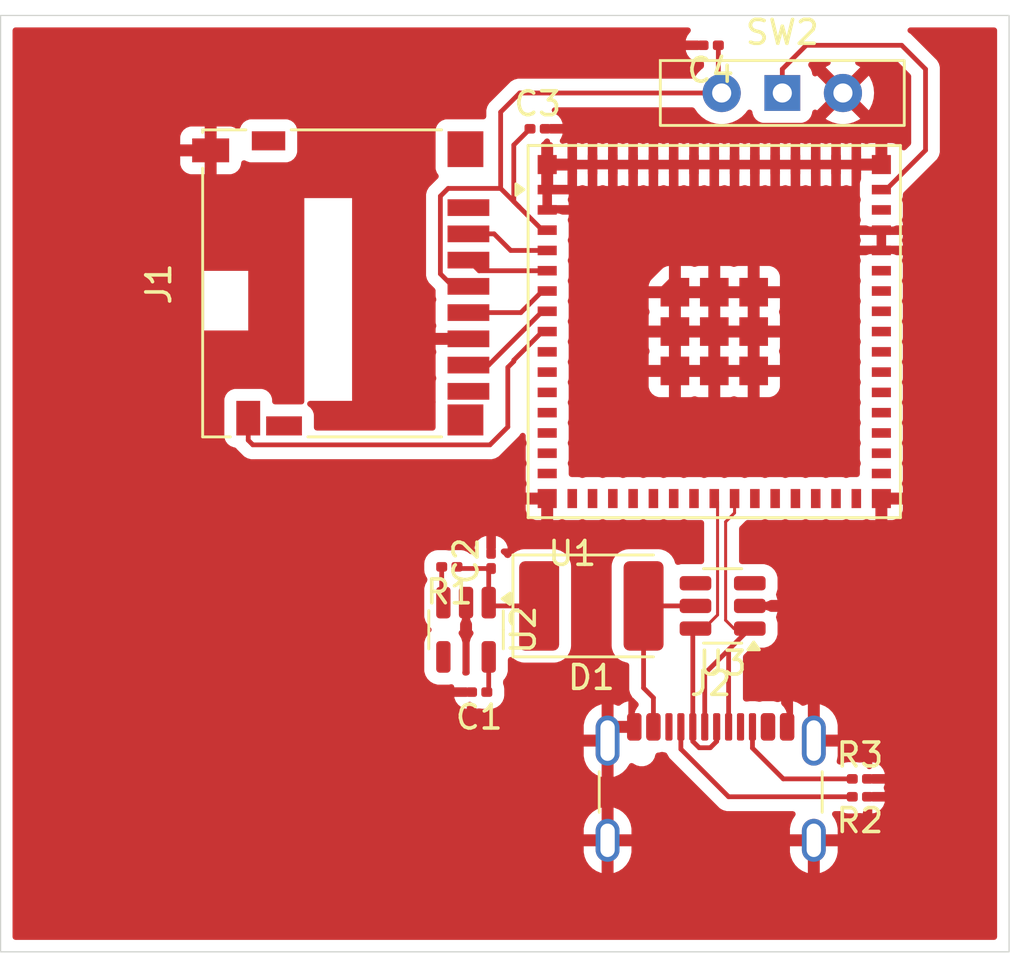
<source format=kicad_pcb>
(kicad_pcb (version 20240108) (generator "pcbnew") (generator_version "8.0")
  (layers (0 "F.Cu" signal) (31 "B.Cu" signal) (34 "B.Paste" user) (35 "F.Paste" user) (36 "B.SilkS" user "B.Silkscreen") (37 "F.SilkS" user "F.Silkscreen") (38 "B.Mask" user) (39 "F.Mask" user) (44 "Edge.Cuts" user))
  (net 0 "")
  (net 1 "GND")
  (net 3 "MISO")
  (net 5 "SD_DET")
  (net 6 "MOSI")
  (net 7 "+3.3V")
  (net 8 "SCK")
  (net 9 "SD_CS")
  (net 10 "Net-(SW2-B)")
  (net 25 "+3V3")
  (net 34 "5V_USB")
  (net 45 "/VBUS")
  (net 46 "USBD+")
  (net 47 "Net-(J2-CC2)")
  (net 49 "Net-(J2-CC1)")
  (net 50 "USBD-")
  (net 52 "Net-(U2-EN)")
  (footprint "Resistor_SMD:R_0201_0603Metric" (layer "F.Cu") (at 119.05 79.8625 180)
    (property "Reference" "R1" (at 0 -1.05 360) (layer "F.SilkS"))
    (property "Value" "10k")
    (pad "1" smd roundrect (at -0.32 0 180) (size 0.46 0.4) (layers "F.Cu" "F.Mask") (net 34 "5V_USB"))
    (pad "2" smd roundrect (at 0.32 0 180) (size 0.46 0.4) (layers "F.Cu" "F.Mask") (net 52 "Net-(U2-EN)"))
  )
  (footprint "Resistor_SMD:R_0201_0603Metric" (layer "F.Cu") (at 136.25 89.5)
    (property "Reference" "R2" (at 0 1 0) (layer "F.SilkS"))
    (property "Value" "5k1")
    (pad "1" smd roundrect (at -0.32 0) (size 0.46 0.4) (layers "F.Cu" "F.Mask") (net 49 "Net-(J2-CC1)"))
    (pad "2" smd roundrect (at 0.32 0) (size 0.46 0.4) (layers "F.Cu" "F.Mask") (net 1 "GND"))
  )
  (footprint "Connector_Card:microSD_HC_Hirose_DM3D-SF" (layer "F.Cu") (at 114.5 67.98 90)
    (property "Reference" "J1" (at -0.025 -7.625 90) (layer "F.SilkS"))
    (property "Value" "Micro_SD_Card_Det1")
    (fp_line (start 6.435 -5.785) (end 6.435 -3.975) (stroke (width 0.12)) (layer "F.SilkS"))
    (fp_line (start 6.325 -5.785) (end 6.435 -5.785) (stroke (width 0.12)) (layer "F.SilkS"))
    (fp_line (start -6.435 -5.785) (end 4.825 -5.785) (stroke (width 0.12)) (layer "F.SilkS"))
    (fp_line (start -6.435 -4.625) (end -6.435 -5.785) (stroke (width 0.12)) (layer "F.SilkS"))
    (fp_line (start 6.435 -2.075) (end 6.435 4.225) (stroke (width 0.12)) (layer "F.SilkS"))
    (fp_line (start -6.435 -1.375) (end -6.435 4.225) (stroke (width 0.12)) (layer "F.SilkS"))
    (pad "1" smd rect (at 3.175 5.35 90) (size 0.7 1.75) (layers "F.Cu" "F.Paste" "F.Mask"))
    (pad "2" smd rect (at 2.075 5.35 90) (size 0.7 1.75) (layers "F.Cu" "F.Paste" "F.Mask") (net 9 "SD_CS"))
    (pad "3" smd rect (at 0.975 5.35 90) (size 0.7 1.75) (layers "F.Cu" "F.Paste" "F.Mask") (net 6 "MOSI"))
    (pad "4" smd rect (at -0.125 5.35 90) (size 0.7 1.75) (layers "F.Cu" "F.Paste" "F.Mask") (net 7 "+3.3V"))
    (pad "5" smd rect (at -1.225 5.35 90) (size 0.7 1.75) (layers "F.Cu" "F.Paste" "F.Mask") (net 8 "SCK"))
    (pad "6" smd rect (at -2.325 5.35 90) (size 0.7 1.75) (layers "F.Cu" "F.Paste" "F.Mask") (net 1 "GND"))
    (pad "7" smd rect (at -3.425 5.35 90) (size 0.7 1.75) (layers "F.Cu" "F.Paste" "F.Mask") (net 3 "MISO"))
    (pad "8" smd rect (at -4.525 5.35 90) (size 0.7 1.75) (layers "F.Cu" "F.Paste" "F.Mask"))
    (pad "9" smd rect (at -5.65 -3.875 90) (size 1.45 1) (layers "F.Cu" "F.Paste" "F.Mask") (net 5 "SD_DET"))
    (pad "10" smd rect (at 5.575 -5.45 90) (size 1 1.55) (layers "F.Cu" "F.Paste" "F.Mask") (net 1 "GND"))
    (pad "11" smd rect (at -5.975 -2.375 90) (size 0.8 1.5) (layers "F.Cu" "F.Paste" "F.Mask"))
    (pad "11" smd rect (at -5.725 5.225 90) (size 1.3 1.5) (layers "F.Cu" "F.Paste" "F.Mask"))
    (pad "11" smd rect (at 5.625 5.225 90) (size 1.5 1.5) (layers "F.Cu" "F.Paste" "F.Mask"))
    (pad "11" smd rect (at 5.975 -3.025 90) (size 0.8 1.4) (layers "F.Cu" "F.Paste" "F.Mask"))
    (zone (net 0) (net_name "") (layer "F.Cu") (connect_pads (clearance 0)) (min_thickness 0.254)
      (keepout (tracks not_allowed) (vias not_allowed) (pads not_allowed) (copperpour not_allowed) (footprints not_allowed))
      (fill (thermal_gap 0.508) (thermal_bridge_width 0.508))
      (polygon (pts (xy 110.625 69.955) (xy 110.625 67.455) (xy 108.775 67.455) (xy 108.775 69.955)))
    )
    (zone (net 0) (net_name "") (layer "F.Cu") (connect_pads (clearance 0)) (min_thickness 0.254)
      (keepout (tracks not_allowed) (vias not_allowed) (pads not_allowed) (copperpour not_allowed) (footprints not_allowed))
      (fill (thermal_gap 0.508) (thermal_bridge_width 0.508))
      (polygon (pts (xy 112.975 72.905) (xy 112.975 64.405) (xy 114.975 64.405) (xy 114.975 72.905)))
    )
  )
  (footprint "Capacitor_SMD:C_0201_0603Metric" (layer "F.Cu") (at 120.8 79.6125 90)
    (property "Reference" "C2" (at 0 -1.05 90) (layer "F.SilkS"))
    (property "Value" "1u")
    (pad "1" smd roundrect (at -0.32 0 90) (size 0.46 0.4) (layers "F.Cu" "F.Mask") (net 34 "5V_USB"))
    (pad "2" smd roundrect (at 0.32 0 90) (size 0.46 0.4) (layers "F.Cu" "F.Mask") (net 1 "GND"))
  )
  (footprint "Resistor_SMD:R_0201_0603Metric" (layer "F.Cu") (at 136.25 88.75)
    (property "Reference" "R3" (at 0 -1 0) (layer "F.SilkS"))
    (property "Value" "5k1")
    (pad "1" smd roundrect (at -0.32 0) (size 0.46 0.4) (layers "F.Cu" "F.Mask") (net 47 "Net-(J2-CC2)"))
    (pad "2" smd roundrect (at 0.32 0) (size 0.46 0.4) (layers "F.Cu" "F.Mask") (net 1 "GND"))
  )
  (footprint "Button_Switch_THT:SW_Slide-03_Wuerth-WS-SLTV_10x2.5x6.4_P2.54mm" (layer "F.Cu") (at 133 60)
    (property "Reference" "SW2" (at 0 -2.54 0) (layer "F.SilkS"))
    (property "Value" "SW_Wuerth_450301014042")
    (fp_rect (start -5.11 -1.36) (end 5.11 1.36) (stroke (width 0.12)) (fill none) (layer "F.SilkS"))
    (pad "1" thru_hole rect (at 0 0) (size 1.5 1.5) (drill 0.8) (layers "*.Cu" "*.Mask") (net 10 "Net-(SW2-B)"))
    (pad "2" thru_hole circle (at -2.54 0) (size 1.6 1.6) (drill 0.8) (layers "*.Cu" "*.Mask") (net 7 "+3.3V"))
    (pad "3" thru_hole circle (at 2.54 0) (size 1.6 1.6) (drill 0.8) (layers "*.Cu" "*.Mask") (net 1 "GND"))
  )
  (footprint "Capacitor_SMD:C_0201_0603Metric" (layer "F.Cu") (at 130 58 180)
    (property "Reference" "C4" (at 0 -1.05 360) (layer "F.SilkS"))
    (property "Value" "100nF")
    (pad "1" smd roundrect (at -0.32 0 180) (size 0.46 0.4) (layers "F.Cu" "F.Mask") (net 7 "+3.3V"))
    (pad "2" smd roundrect (at 0.32 0 180) (size 0.46 0.4) (layers "F.Cu" "F.Mask") (net 1 "GND"))
  )
  (footprint "Connector_USB:USB_C_Receptacle_GCT_USB4105-xx-A_16P_TopMnt_Horizontal" (layer "F.Cu") (at 130 90.25)
    (property "Reference" "J2" (at 0 -5.5 0) (layer "F.SilkS"))
    (property "Value" "USB_C_Receptacle_USB2.0_16P")
    (fp_line (start -4.67 -0.1) (end -4.67 -1.8) (stroke (width 0.12)) (layer "F.SilkS"))
    (fp_line (start 4.67 -0.1) (end 4.67 -1.8) (stroke (width 0.12)) (layer "F.SilkS"))
    (pad "" np_thru_hole circle (at -2.89 -2.605) (size 0.65 0.65) (drill 0.65) (layers "F&B.Cu" "*.Mask"))
    (pad "" np_thru_hole circle (at 2.89 -2.605) (size 0.65 0.65) (drill 0.65) (layers "F&B.Cu" "*.Mask"))
    (pad "A1" smd roundrect (at -3.2 -3.68) (size 0.6 1.15) (layers "F.Cu" "F.Paste" "F.Mask") (net 1 "GND"))
    (pad "A4" smd roundrect (at -2.4 -3.68) (size 0.6 1.15) (layers "F.Cu" "F.Paste" "F.Mask") (net 45 "/VBUS"))
    (pad "A5" smd roundrect (at -1.25 -3.68) (size 0.3 1.15) (layers "F.Cu" "F.Paste" "F.Mask") (net 49 "Net-(J2-CC1)"))
    (pad "A6" smd roundrect (at -0.25 -3.68) (size 0.3 1.15) (layers "F.Cu" "F.Paste" "F.Mask") (net 46 "USBD+"))
    (pad "A7" smd roundrect (at 0.25 -3.68) (size 0.3 1.15) (layers "F.Cu" "F.Paste" "F.Mask") (net 50 "USBD-"))
    (pad "A8" smd roundrect (at 1.25 -3.68) (size 0.3 1.15) (layers "F.Cu" "F.Paste" "F.Mask"))
    (pad "A9" smd roundrect (at 2.4 -3.68) (size 0.6 1.15) (layers "F.Cu" "F.Paste" "F.Mask") (net 45 "/VBUS"))
    (pad "A12" smd roundrect (at 3.2 -3.68) (size 0.6 1.15) (layers "F.Cu" "F.Paste" "F.Mask") (net 1 "GND"))
    (pad "B1" smd roundrect (at 3.2 -3.68) (size 0.6 1.15) (layers "F.Cu" "F.Paste" "F.Mask") (net 1 "GND"))
    (pad "B4" smd roundrect (at 2.4 -3.68) (size 0.6 1.15) (layers "F.Cu" "F.Paste" "F.Mask") (net 45 "/VBUS"))
    (pad "B5" smd roundrect (at 1.75 -3.68) (size 0.3 1.15) (layers "F.Cu" "F.Paste" "F.Mask") (net 47 "Net-(J2-CC2)"))
    (pad "B6" smd roundrect (at 0.75 -3.68) (size 0.3 1.15) (layers "F.Cu" "F.Paste" "F.Mask") (net 46 "USBD+"))
    (pad "B7" smd roundrect (at -0.75 -3.68) (size 0.3 1.15) (layers "F.Cu" "F.Paste" "F.Mask") (net 50 "USBD-"))
    (pad "B8" smd roundrect (at -1.75 -3.68) (size 0.3 1.15) (layers "F.Cu" "F.Paste" "F.Mask"))
    (pad "B9" smd roundrect (at -2.4 -3.68) (size 0.6 1.15) (layers "F.Cu" "F.Paste" "F.Mask") (net 45 "/VBUS"))
    (pad "B12" smd roundrect (at -3.2 -3.68) (size 0.6 1.15) (layers "F.Cu" "F.Paste" "F.Mask") (net 1 "GND"))
    (pad "S1" thru_hole oval (at -4.32 -3.105) (size 1 2.1) (drill oval 0.6 1.7) (layers "*.Cu" "*.Mask" "F.Paste") (net 1 "GND"))
    (pad "S1" thru_hole oval (at -4.32 1.075) (size 1 1.8) (drill oval 0.6 1.4) (layers "*.Cu" "*.Mask" "F.Paste") (net 1 "GND"))
    (pad "S1" thru_hole oval (at 4.32 -3.105) (size 1 2.1) (drill oval 0.6 1.7) (layers "*.Cu" "*.Mask" "F.Paste") (net 1 "GND"))
    (pad "S1" thru_hole oval (at 4.32 1.075) (size 1 1.8) (drill oval 0.6 1.4) (layers "*.Cu" "*.Mask" "F.Paste") (net 1 "GND"))
  )
  (footprint "Capacitor_SMD:C_0201_0603Metric" (layer "F.Cu") (at 120.3 85.1125 180)
    (property "Reference" "C1" (at 0 -1.05 360) (layer "F.SilkS"))
    (property "Value" "1u")
    (pad "1" smd roundrect (at -0.32 0 180) (size 0.46 0.4) (layers "F.Cu" "F.Mask") (net 25 "+3V3"))
    (pad "2" smd roundrect (at 0.32 0 180) (size 0.46 0.4) (layers "F.Cu" "F.Mask") (net 1 "GND"))
  )
  (footprint "Package_TO_SOT_SMD:SOT-23-6" (layer "F.Cu") (at 130.5 81.5 180)
    (property "Reference" "U3" (at 0 -2.4 360) (layer "F.SilkS"))
    (property "Value" "SRV05-4")
    (fp_line (start 0 1.56) (end 0.8 1.56) (stroke (width 0.12)) (layer "F.SilkS"))
    (fp_line (start 0 1.56) (end -0.8 1.56) (stroke (width 0.12)) (layer "F.SilkS"))
    (fp_line (start 0 -1.56) (end 0.8 -1.56) (stroke (width 0.12)) (layer "F.SilkS"))
    (fp_line (start 0 -1.56) (end -0.8 -1.56) (stroke (width 0.12)) (layer "F.SilkS"))
    (fp_poly (pts (xy -1.3 -1.51) (xy -1.54 -1.84) (xy -1.06 -1.84) (xy -1.3 -1.51)) (stroke (width 0.12)) (fill solid) (layer "F.SilkS"))
    (pad "1" smd roundrect (at -1.1375 -0.95 180) (size 1.325 0.6) (layers "F.Cu" "F.Paste" "F.Mask") (net 46 "USBD+"))
    (pad "2" smd roundrect (at -1.1375 0 180) (size 1.325 0.6) (layers "F.Cu" "F.Paste" "F.Mask") (net 1 "GND"))
    (pad "3" smd roundrect (at -1.1375 0.95 180) (size 1.325 0.6) (layers "F.Cu" "F.Paste" "F.Mask"))
    (pad "4" smd roundrect (at 1.1375 0.95 180) (size 1.325 0.6) (layers "F.Cu" "F.Paste" "F.Mask"))
    (pad "5" smd roundrect (at 1.1375 0 180) (size 1.325 0.6) (layers "F.Cu" "F.Paste" "F.Mask") (net 45 "/VBUS"))
    (pad "6" smd roundrect (at 1.1375 -0.95 180) (size 1.325 0.6) (layers "F.Cu" "F.Paste" "F.Mask") (net 50 "USBD-"))
  )
  (footprint "RF_Module:ESP32-S2-MINI-1U" (layer "F.Cu") (at 130.15 70)
    (property "Reference" "U1" (at -5.95 9.3 0) (layer "F.SilkS"))
    (property "Value" "ESP32-S3-MINI-1U")
    (fp_line (start -7.8 -7.8) (end 7.8 -7.8) (stroke (width 0.12)) (layer "F.SilkS"))
    (fp_line (start -7.8 7.8) (end -7.8 -7.8) (stroke (width 0.12)) (layer "F.SilkS"))
    (fp_line (start 7.8 -7.8) (end 7.8 7.8) (stroke (width 0.12)) (layer "F.SilkS"))
    (fp_line (start 7.8 7.8) (end -7.8 7.8) (stroke (width 0.12)) (layer "F.SilkS"))
    (fp_poly (pts (xy -7.975 -5.95) (xy -8.311 -5.71) (xy -8.311 -6.19) (xy -7.975 -5.95)) (stroke (width 0.12)) (fill solid) (layer "F.SilkS"))
    (pad "1" smd rect (at -7 -5.95) (size 0.8 0.4) (layers "F.Cu" "F.Paste" "F.Mask") (net 1 "GND"))
    (pad "2" smd rect (at -7 -5.1) (size 0.8 0.4) (layers "F.Cu" "F.Paste" "F.Mask") (net 1 "GND"))
    (pad "3" smd rect (at -7 -4.25) (size 0.8 0.4) (layers "F.Cu" "F.Paste" "F.Mask") (net 7 "+3.3V"))
    (pad "4" smd rect (at -7 -3.4) (size 0.8 0.4) (layers "F.Cu" "F.Paste" "F.Mask") (net 9 "SD_CS"))
    (pad "5" smd rect (at -7 -2.55) (size 0.8 0.4) (layers "F.Cu" "F.Paste" "F.Mask") (net 6 "MOSI"))
    (pad "6" smd rect (at -7 -1.7) (size 0.8 0.4) (layers "F.Cu" "F.Paste" "F.Mask") (net 8 "SCK"))
    (pad "7" smd rect (at -7 -0.85) (size 0.8 0.4) (layers "F.Cu" "F.Paste" "F.Mask") (net 3 "MISO"))
    (pad "8" smd rect (at -7 0) (size 0.8 0.4) (layers "F.Cu" "F.Paste" "F.Mask") (net 5 "SD_DET"))
    (pad "9" smd rect (at -7 0.85) (size 0.8 0.4) (layers "F.Cu" "F.Paste" "F.Mask"))
    (pad "10" smd rect (at -7 1.7) (size 0.8 0.4) (layers "F.Cu" "F.Paste" "F.Mask"))
    (pad "11" smd rect (at -7 2.55) (size 0.8 0.4) (layers "F.Cu" "F.Paste" "F.Mask"))
    (pad "12" smd rect (at -7 3.4) (size 0.8 0.4) (layers "F.Cu" "F.Paste" "F.Mask"))
    (pad "13" smd rect (at -7 4.25) (size 0.8 0.4) (layers "F.Cu" "F.Paste" "F.Mask"))
    (pad "14" smd rect (at -7 5.1) (size 0.8 0.4) (layers "F.Cu" "F.Paste" "F.Mask"))
    (pad "15" smd rect (at -7 5.95) (size 0.8 0.4) (layers "F.Cu" "F.Paste" "F.Mask"))
    (pad "16" smd rect (at -5.95 7 90) (size 0.8 0.4) (layers "F.Cu" "F.Paste" "F.Mask"))
    (pad "17" smd rect (at -5.1 7 90) (size 0.8 0.4) (layers "F.Cu" "F.Paste" "F.Mask"))
    (pad "18" smd rect (at -4.25 7 90) (size 0.8 0.4) (layers "F.Cu" "F.Paste" "F.Mask"))
    (pad "19" smd rect (at -3.4 7 90) (size 0.8 0.4) (layers "F.Cu" "F.Paste" "F.Mask"))
    (pad "20" smd rect (at -2.55 7 90) (size 0.8 0.4) (layers "F.Cu" "F.Paste" "F.Mask"))
    (pad "21" smd rect (at -1.7 7 90) (size 0.8 0.4) (layers "F.Cu" "F.Paste" "F.Mask"))
    (pad "22" smd rect (at -0.85 7 90) (size 0.8 0.4) (layers "F.Cu" "F.Paste" "F.Mask"))
    (pad "23" smd rect (at 0 7 90) (size 0.8 0.4) (layers "F.Cu" "F.Paste" "F.Mask") (net 50 "USBD-"))
    (pad "24" smd rect (at 0.85 7 90) (size 0.8 0.4) (layers "F.Cu" "F.Paste" "F.Mask") (net 46 "USBD+"))
    (pad "25" smd rect (at 1.7 7 90) (size 0.8 0.4) (layers "F.Cu" "F.Paste" "F.Mask"))
    (pad "26" smd rect (at 2.55 7 90) (size 0.8 0.4) (layers "F.Cu" "F.Paste" "F.Mask"))
    (pad "27" smd rect (at 3.4 7 90) (size 0.8 0.4) (layers "F.Cu" "F.Paste" "F.Mask"))
    (pad "28" smd rect (at 4.25 7 90) (size 0.8 0.4) (layers "F.Cu" "F.Paste" "F.Mask"))
    (pad "29" smd rect (at 5.1 7 90) (size 0.8 0.4) (layers "F.Cu" "F.Paste" "F.Mask"))
    (pad "30" smd rect (at 5.95 7 90) (size 0.8 0.4) (layers "F.Cu" "F.Paste" "F.Mask"))
    (pad "31" smd rect (at 7 5.95) (size 0.8 0.4) (layers "F.Cu" "F.Paste" "F.Mask"))
    (pad "32" smd rect (at 7 5.1) (size 0.8 0.4) (layers "F.Cu" "F.Paste" "F.Mask"))
    (pad "33" smd rect (at 7 4.25) (size 0.8 0.4) (layers "F.Cu" "F.Paste" "F.Mask"))
    (pad "34" smd rect (at 7 3.4) (size 0.8 0.4) (layers "F.Cu" "F.Paste" "F.Mask"))
    (pad "35" smd rect (at 7 2.55) (size 0.8 0.4) (layers "F.Cu" "F.Paste" "F.Mask"))
    (pad "36" smd rect (at 7 1.7) (size 0.8 0.4) (layers "F.Cu" "F.Paste" "F.Mask"))
    (pad "37" smd rect (at 7 0.85) (size 0.8 0.4) (layers "F.Cu" "F.Paste" "F.Mask"))
    (pad "38" smd rect (at 7 0) (size 0.8 0.4) (layers "F.Cu" "F.Paste" "F.Mask"))
    (pad "39" smd rect (at 7 -0.85) (size 0.8 0.4) (layers "F.Cu" "F.Paste" "F.Mask"))
    (pad "40" smd rect (at 7 -1.7) (size 0.8 0.4) (layers "F.Cu" "F.Paste" "F.Mask"))
    (pad "41" smd rect (at 7 -2.55) (size 0.8 0.4) (layers "F.Cu" "F.Paste" "F.Mask"))
    (pad "42" smd rect (at 7 -3.4) (size 0.8 0.4) (layers "F.Cu" "F.Paste" "F.Mask") (net 1 "GND"))
    (pad "43" smd rect (at 7 -4.25) (size 0.8 0.4) (layers "F.Cu" "F.Paste" "F.Mask") (net 1 "GND"))
    (pad "44" smd rect (at 7 -5.1) (size 0.8 0.4) (layers "F.Cu" "F.Paste" "F.Mask"))
    (pad "45" smd rect (at 7 -5.95) (size 0.8 0.4) (layers "F.Cu" "F.Paste" "F.Mask") (net 10 "Net-(SW2-B)"))
    (pad "46" smd rect (at 5.95 -7 90) (size 0.8 0.4) (layers "F.Cu" "F.Paste" "F.Mask") (net 1 "GND"))
    (pad "47" smd rect (at 5.1 -7 90) (size 0.8 0.4) (layers "F.Cu" "F.Paste" "F.Mask") (net 1 "GND"))
    (pad "48" smd rect (at 4.25 -7 90) (size 0.8 0.4) (layers "F.Cu" "F.Paste" "F.Mask") (net 1 "GND"))
    (pad "49" smd rect (at 3.4 -7 90) (size 0.8 0.4) (layers "F.Cu" "F.Paste" "F.Mask") (net 1 "GND"))
    (pad "50" smd rect (at 2.55 -7 90) (size 0.8 0.4) (layers "F.Cu" "F.Paste" "F.Mask") (net 1 "GND"))
    (pad "51" smd rect (at 1.7 -7 90) (size 0.8 0.4) (layers "F.Cu" "F.Paste" "F.Mask") (net 1 "GND"))
    (pad "52" smd rect (at 0.85 -7 90) (size 0.8 0.4) (layers "F.Cu" "F.Paste" "F.Mask") (net 1 "GND"))
    (pad "53" smd rect (at 0 -7 90) (size 0.8 0.4) (layers "F.Cu" "F.Paste" "F.Mask") (net 1 "GND"))
    (pad "54" smd rect (at -0.85 -7 90) (size 0.8 0.4) (layers "F.Cu" "F.Paste" "F.Mask") (net 1 "GND"))
    (pad "55" smd rect (at -1.7 -7 90) (size 0.8 0.4) (layers "F.Cu" "F.Paste" "F.Mask") (net 1 "GND"))
    (pad "56" smd rect (at -2.55 -7 90) (size 0.8 0.4) (layers "F.Cu" "F.Paste" "F.Mask") (net 1 "GND"))
    (pad "57" smd rect (at -3.4 -7 90) (size 0.8 0.4) (layers "F.Cu" "F.Paste" "F.Mask") (net 1 "GND"))
    (pad "58" smd rect (at -4.25 -7 90) (size 0.8 0.4) (layers "F.Cu" "F.Paste" "F.Mask") (net 1 "GND"))
    (pad "59" smd rect (at -5.1 -7 90) (size 0.8 0.4) (layers "F.Cu" "F.Paste" "F.Mask") (net 1 "GND"))
    (pad "60" smd rect (at -5.95 -7 90) (size 0.8 0.4) (layers "F.Cu" "F.Paste" "F.Mask") (net 1 "GND"))
    (pad "61" smd roundrect (at -1.65 -1.65) (size 1.2 1.2) (layers "F.Cu" "F.Paste" "F.Mask") (roundrect_rratio 0) (chamfer_ratio 0.33) (chamfer top_left) (net 1 "GND"))
    (pad "61" smd rect (at -1.65 0) (size 1.2 1.2) (layers "F.Cu" "F.Paste" "F.Mask") (net 1 "GND"))
    (pad "61" smd rect (at -1.65 1.65) (size 1.2 1.2) (layers "F.Cu" "F.Paste" "F.Mask") (net 1 "GND"))
    (pad "61" smd rect (at 0 -1.65) (size 1.2 1.2) (layers "F.Cu" "F.Paste" "F.Mask") (net 1 "GND"))
    (pad "61" smd rect (at 0 0) (size 1.2 1.2) (layers "F.Cu" "F.Paste" "F.Mask") (net 1 "GND"))
    (pad "61" smd rect (at 0 1.65) (size 1.2 1.2) (layers "F.Cu" "F.Paste" "F.Mask") (net 1 "GND"))
    (pad "61" smd rect (at 1.65 -1.65) (size 1.2 1.2) (layers "F.Cu" "F.Paste" "F.Mask") (net 1 "GND"))
    (pad "61" smd rect (at 1.65 0) (size 1.2 1.2) (layers "F.Cu" "F.Paste" "F.Mask") (net 1 "GND"))
    (pad "61" smd rect (at 1.65 1.65) (size 1.2 1.2) (layers "F.Cu" "F.Paste" "F.Mask") (net 1 "GND"))
    (pad "62" smd rect (at -7 -7) (size 0.8 0.8) (layers "F.Cu" "F.Paste" "F.Mask") (net 1 "GND"))
    (pad "63" smd rect (at -7 7) (size 0.8 0.8) (layers "F.Cu" "F.Paste" "F.Mask") (net 1 "GND"))
    (pad "64" smd rect (at 7 7) (size 0.8 0.8) (layers "F.Cu" "F.Paste" "F.Mask") (net 1 "GND"))
    (pad "65" smd rect (at 7 -7) (size 0.8 0.8) (layers "F.Cu" "F.Paste" "F.Mask") (net 1 "GND"))
  )
  (footprint "Diode_SMD:D_2114_3652Metric" (layer "F.Cu") (at 125 81.5)
    (property "Reference" "D1" (at 0 3 360) (layer "F.SilkS"))
    (property "Value" "D_Schottky")
    (fp_line (start -3.285 -2.135) (end -3.285 2.135) (stroke (width 0.12)) (layer "F.SilkS"))
    (fp_line (start -3.285 2.135) (end 2.6 2.135) (stroke (width 0.12)) (layer "F.SilkS"))
    (fp_line (start 2.6 -2.135) (end -3.285 -2.135) (stroke (width 0.12)) (layer "F.SilkS"))
    (pad "1" smd roundrect (at -2.1875 0) (size 1.675 3.75) (layers "F.Cu" "F.Paste" "F.Mask") (roundrect_rratio 0.149254) (net 34 "5V_USB"))
    (pad "2" smd roundrect (at 2.1875 0) (size 1.675 3.75) (layers "F.Cu" "F.Paste" "F.Mask") (roundrect_rratio 0.149254) (net 45 "/VBUS"))
  )
  (footprint "Capacitor_SMD:C_0201_0603Metric" (layer "F.Cu") (at 122.75 61.5)
    (property "Reference" "C3" (at 0 -1.05 360) (layer "F.SilkS"))
    (property "Value" "1u")
    (pad "1" smd roundrect (at -0.32 0) (size 0.46 0.4) (layers "F.Cu" "F.Mask") (net 7 "+3.3V"))
    (pad "2" smd roundrect (at 0.32 0) (size 0.46 0.4) (layers "F.Cu" "F.Mask") (net 1 "GND"))
  )
  (footprint "Package_TO_SOT_SMD:SOT-23-5" (layer "F.Cu") (at 119.75 82.5 -90)
    (property "Reference" "U2" (at 0 -2.4 90) (layer "F.SilkS"))
    (property "Value" "AP2112K-3.3")
    (fp_line (start 0 1.56) (end -0.8 1.56) (stroke (width 0.12)) (layer "F.SilkS"))
    (fp_line (start 0 1.56) (end 0.8 1.56) (stroke (width 0.12)) (layer "F.SilkS"))
    (fp_line (start 0 -1.56) (end -0.8 -1.56) (stroke (width 0.12)) (layer "F.SilkS"))
    (fp_line (start 0 -1.56) (end 0.8 -1.56) (stroke (width 0.12)) (layer "F.SilkS"))
    (fp_poly (pts (xy -1.3 -1.51) (xy -1.54 -1.84) (xy -1.06 -1.84) (xy -1.3 -1.51)) (stroke (width 0.12)) (fill solid) (layer "F.SilkS"))
    (pad "1" smd roundrect (at -1.1375 -0.95 270) (size 1.325 0.6) (layers "F.Cu" "F.Paste" "F.Mask") (net 34 "5V_USB"))
    (pad "2" smd roundrect (at -1.1375 0 270) (size 1.325 0.6) (layers "F.Cu" "F.Paste" "F.Mask") (net 1 "GND"))
    (pad "3" smd roundrect (at -1.1375 0.95 270) (size 1.325 0.6) (layers "F.Cu" "F.Paste" "F.Mask") (net 52 "Net-(U2-EN)"))
    (pad "4" smd roundrect (at 1.1375 0.95 270) (size 1.325 0.6) (layers "F.Cu" "F.Paste" "F.Mask"))
    (pad "5" smd roundrect (at 1.1375 -0.95 270) (size 1.325 0.6) (layers "F.Cu" "F.Paste" "F.Mask") (net 25 "+3V3"))
  )
  (gr_rect (start 100.25 56.75) (end 142.5 96) (stroke (width 0.05)) (fill none) (layer "Edge.Cuts"))
  (segment (start 120.695 71.405) (end 122.95 69.15) (width 0.2) (layer "F.Cu") (net 3))
  (segment (start 122.95 69.15) (end 123.15 69.15) (width 0.2) (layer "F.Cu") (net 3))
  (segment (start 119.85 71.405) (end 120.695 71.405) (width 0.2) (layer "F.Cu") (net 3))
  (segment (start 121.5 74) (end 121.5 71.5) (width 0.2) (layer "F.Cu") (net 5))
  (segment (start 121.75 71.25) (end 121.75 71.2) (width 0.2) (layer "F.Cu") (net 5))
  (segment (start 121.75 71.2) (end 122.95 70) (width 0.2) (layer "F.Cu") (net 5))
  (segment (start 110.625 74.555) (end 110.82 74.75) (width 0.2) (layer "F.Cu") (net 5))
  (segment (start 110.625 73.63) (end 110.625 74.555) (width 0.2) (layer "F.Cu") (net 5))
  (segment (start 120.75 74.75) (end 121.5 74) (width 0.2) (layer "F.Cu") (net 5))
  (segment (start 122.95 70) (end 123.15 70) (width 0.2) (layer "F.Cu") (net 5))
  (segment (start 121.5 71.5) (end 121.75 71.25) (width 0.2) (layer "F.Cu") (net 5))
  (segment (start 110.82 74.75) (end 120.75 74.75) (width 0.2) (layer "F.Cu") (net 5))
  (segment (start 120.295 67.45) (end 123.15 67.45) (width 0.2) (layer "F.Cu") (net 6))
  (segment (start 119.85 67.005) (end 120.295 67.45) (width 0.2) (layer "F.Cu") (net 6))
  (segment (start 122 60) (end 130.46 60) (width 0.2) (layer "F.Cu") (net 7))
  (segment (start 118.675 64.325) (end 119 64) (width 0.2) (layer "F.Cu") (net 7))
  (segment (start 119.85 68.105) (end 119.2 68.105) (width 0.2) (layer "F.Cu") (net 7))
  (segment (start 119.2 68.105) (end 118.675 67.58) (width 0.2) (layer "F.Cu") (net 7))
  (segment (start 121.2 64) (end 121.2 60.8) (width 0.2) (layer "F.Cu") (net 7))
  (segment (start 119 64) (end 121.2 64) (width 0.2) (layer "F.Cu") (net 7))
  (segment (start 130.32 59.86) (end 130.46 60) (width 0.2) (layer "F.Cu") (net 7))
  (segment (start 121.975 64.775) (end 121.75 64.55) (width 0.2) (layer "F.Cu") (net 7))
  (segment (start 121.2 64) (end 121.975 64.775) (width 0.2) (layer "F.Cu") (net 7))
  (segment (start 121.975 64.775) (end 122.95 65.75) (width 0.2) (layer "F.Cu") (net 7))
  (segment (start 130.32 58) (end 130.32 59.86) (width 0.2) (layer "F.Cu") (net 7))
  (segment (start 121.2 60.8) (end 122 60) (width 0.2) (layer "F.Cu") (net 7))
  (segment (start 118.675 67.58) (end 118.675 64.325) (width 0.2) (layer "F.Cu") (net 7))
  (segment (start 121.75 62.18) (end 122.43 61.5) (width 0.2) (layer "F.Cu") (net 7))
  (segment (start 121.75 64.55) (end 121.75 62.18) (width 0.2) (layer "F.Cu") (net 7))
  (segment (start 122.95 65.75) (end 123.15 65.75) (width 0.2) (layer "F.Cu") (net 7))
  (segment (start 122.045 69.205) (end 122.95 68.3) (width 0.2) (layer "F.Cu") (net 8))
  (segment (start 122.95 68.3) (end 123.15 68.3) (width 0.2) (layer "F.Cu") (net 8))
  (segment (start 119.85 69.205) (end 122.045 69.205) (width 0.2) (layer "F.Cu") (net 8))
  (segment (start 119.85 65.905) (end 120.925 65.905) (width 0.2) (layer "F.Cu") (net 9))
  (segment (start 120.925 65.905) (end 121.62 66.6) (width 0.2) (layer "F.Cu") (net 9))
  (segment (start 121.62 66.6) (end 123.15 66.6) (width 0.2) (layer "F.Cu") (net 9))
  (segment (start 139 62.4) (end 137.35 64.05) (width 0.2) (layer "F.Cu") (net 10))
  (segment (start 134 58) (end 138 58) (width 0.2) (layer "F.Cu") (net 10))
  (segment (start 138 58) (end 139 59) (width 0.2) (layer "F.Cu") (net 10))
  (segment (start 133 60) (end 133 59) (width 0.2) (layer "F.Cu") (net 10))
  (segment (start 139 59) (end 139 62.4) (width 0.2) (layer "F.Cu") (net 10))
  (segment (start 133 59) (end 134 58) (width 0.2) (layer "F.Cu") (net 10))
  (segment (start 137.35 64.05) (end 137.15 64.05) (width 0.2) (layer "F.Cu") (net 10))
  (segment (start 120.7 85.0325) (end 120.62 85.1125) (width 0.2) (layer "F.Cu") (net 25))
  (segment (start 120.7 83.6375) (end 120.7 85.0325) (width 0.2) (layer "F.Cu") (net 25))
  (segment (start 119.44 79.9325) (end 119.37 79.8625) (width 0.2) (layer "F.Cu") (net 34))
  (segment (start 120.8375 81.5) (end 120.7 81.3625) (width 0.2) (layer "F.Cu") (net 34))
  (segment (start 120.7 81.3625) (end 120.7 80.0325) (width 0.2) (layer "F.Cu") (net 34))
  (segment (start 120.8 79.9325) (end 119.44 79.9325) (width 0.2) (layer "F.Cu") (net 34))
  (segment (start 122.8125 81.5) (end 120.8375 81.5) (width 0.2) (layer "F.Cu") (net 34))
  (segment (start 120.7 80.0325) (end 120.8 79.9325) (width 0.2) (layer "F.Cu") (net 34))
  (segment (start 127.1875 84.9375) (end 127.1875 81.5) (width 0.2) (layer "F.Cu") (net 45))
  (segment (start 127.6 85.35) (end 127.1875 84.9375) (width 0.2) (layer "F.Cu") (net 45))
  (segment (start 129.3625 81.5) (end 127.1875 81.5) (width 0.2) (layer "F.Cu") (net 45))
  (segment (start 127.6 86.57) (end 127.6 85.35) (width 0.2) (layer "F.Cu") (net 45))
  (segment (start 130.975001 82.45) (end 131.6375 82.45) (width 0.125) (layer "F.Cu") (net 46))
  (segment (start 130.75 83.3375) (end 130.75 86.57) (width 0.2) (layer "F.Cu") (net 46))
  (segment (start 131.6375 82.45) (end 130.75 83.3375) (width 0.2) (layer "F.Cu") (net 46))
  (segment (start 131 77.6) (end 130.625 77.975) (width 0.125) (layer "F.Cu") (net 46))
  (segment (start 129.75 84.3375) (end 129.75 86.57) (width 0.2) (layer "F.Cu") (net 46))
  (segment (start 131 77) (end 131 77.6) (width 0.125) (layer "F.Cu") (net 46))
  (segment (start 130.625 77.975) (end 130.625 82.099999) (width 0.125) (layer "F.Cu") (net 46))
  (segment (start 130.75 83.3375) (end 129.75 84.3375) (width 0.2) (layer "F.Cu") (net 46))
  (segment (start 130.625 82.099999) (end 130.975001 82.45) (width 0.125) (layer "F.Cu") (net 46))
  (segment (start 133.040406 88.75) (end 131.75 87.459594) (width 0.2) (layer "F.Cu") (net 47))
  (segment (start 131.75 87.459594) (end 131.75 86.57) (width 0.2) (layer "F.Cu") (net 47))
  (segment (start 135.93 88.75) (end 133.040406 88.75) (width 0.2) (layer "F.Cu") (net 47))
  (segment (start 135.93 89.5) (end 130.75 89.5) (width 0.2) (layer "F.Cu") (net 49))
  (segment (start 130.75 89.5) (end 128.75 87.5) (width 0.2) (layer "F.Cu") (net 49))
  (segment (start 128.75 87.5) (end 128.75 86.57) (width 0.2) (layer "F.Cu") (net 49))
  (segment (start 129.3625 82.45) (end 129.715552 82.45) (width 0.125) (layer "F.Cu") (net 50))
  (segment (start 129.25 87.17741) (end 129.51759 87.445) (width 0.2) (layer "F.Cu") (net 50))
  (segment (start 129.51759 87.445) (end 129.98241 87.445) (width 0.2) (layer "F.Cu") (net 50))
  (segment (start 129.715552 82.45) (end 130.2875 81.878052) (width 0.125) (layer "F.Cu") (net 50))
  (segment (start 130.2875 81.878052) (end 130.2875 77.1375) (width 0.125) (layer "F.Cu") (net 50))
  (segment (start 129.98241 87.445) (end 130.25 87.17741) (width 0.2) (layer "F.Cu") (net 50))
  (segment (start 129.25 86.57) (end 129.25 87.17741) (width 0.2) (layer "F.Cu") (net 50))
  (segment (start 129.25 86.57) (end 129.25 82.5625) (width 0.2) (layer "F.Cu") (net 50))
  (segment (start 129.25 82.5625) (end 129.3625 82.45) (width 0.2) (layer "F.Cu") (net 50))
  (segment (start 130.25 87.17741) (end 130.25 86.57) (width 0.2) (layer "F.Cu") (net 50))
  (segment (start 130.2875 77.1375) (end 130.15 77) (width 0.125) (layer "F.Cu") (net 50))
  (segment (start 118.73 81.2925) (end 118.8 81.3625) (width 0.2) (layer "F.Cu") (net 52))
  (segment (start 118.73 79.8625) (end 118.73 81.2925) (width 0.2) (layer "F.Cu") (net 52))
  (zone (net 1) (net_name "GND") (layer "F.Cu") (connect_pads (clearance 0.5)) (min_thickness 0.25) (fill yes (thermal_gap 0.5) (thermal_bridge_width 0.5))
    (polygon (pts (xy 100.25 56.75) (xy 142.5 56.75) (xy 142.5 96) (xy 100.25 96)))
  )
)
</source>
